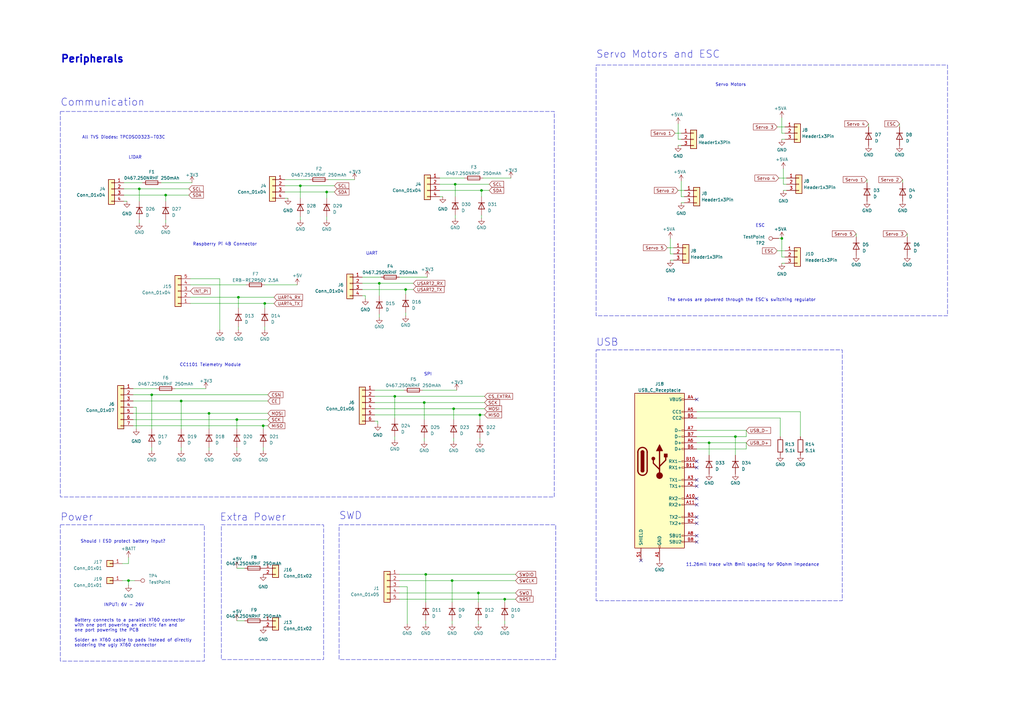
<source format=kicad_sch>
(kicad_sch (version 20230121) (generator eeschema)
  (paper "A3")
  (lib_symbols
    (symbol "Connector:TestPoint" (pin_numbers hide) (pin_names (offset 0.762) hide)
      (property "Reference" "TP" (at 0 6.858 0))
      (property "Value" "TestPoint" (at 0 5.08 0))
      (symbol "TestPoint_1_1"
        (pin passive line (at 0 0 90) (length 2.54) (name "1") (number "1"))
      )
    )
    (symbol "Connector:USB_C_Receptacle" (pin_names (offset 1.016))
      (property "Reference" "J" (at -10.16 29.21 0))
      (property "Value" "USB_C_Receptacle" (at 10.16 29.21 0))
      (symbol "USB_C_Receptacle_1_1"
        (pin passive line (at 0 -40.64 90) (length 5.08) (name "GND") (number "A1"))
        (pin bidirectional line (at 15.24 -15.24 180) (length 5.08) (name "RX2-") (number "A10"))
        (pin bidirectional line (at 15.24 -17.78 180) (length 5.08) (name "RX2+") (number "A11"))
        (pin passive line (at 0 -40.64 90) (length 5.08) hide (name "GND") (number "A12"))
        (pin bidirectional line (at 15.24 -10.16 180) (length 5.08) (name "TX1+") (number "A2"))
        (pin bidirectional line (at 15.24 -7.62 180) (length 5.08) (name "TX1-") (number "A3"))
        (pin passive line (at 15.24 25.4 180) (length 5.08) (name "VBUS") (number "A4"))
        (pin bidirectional line (at 15.24 20.32 180) (length 5.08) (name "CC1") (number "A5"))
        (pin bidirectional line (at 15.24 7.62 180) (length 5.08) (name "D+") (number "A6"))
        (pin bidirectional line (at 15.24 12.7 180) (length 5.08) (name "D-") (number "A7"))
        (pin bidirectional line (at 15.24 -30.48 180) (length 5.08) (name "SBU1") (number "A8"))
        (pin passive line (at 15.24 25.4 180) (length 5.08) hide (name "VBUS") (number "A9"))
        (pin passive line (at 0 -40.64 90) (length 5.08) hide (name "GND") (number "B1"))
        (pin bidirectional line (at 15.24 0 180) (length 5.08) (name "RX1-") (number "B10"))
        (pin bidirectional line (at 15.24 -2.54 180) (length 5.08) (name "RX1+") (number "B11"))
        (pin passive line (at 0 -40.64 90) (length 5.08) hide (name "GND") (number "B12"))
        (pin bidirectional line (at 15.24 -25.4 180) (length 5.08) (name "TX2+") (number "B2"))
        (pin bidirectional line (at 15.24 -22.86 180) (length 5.08) (name "TX2-") (number "B3"))
        (pin passive line (at 15.24 25.4 180) (length 5.08) hide (name "VBUS") (number "B4"))
        (pin bidirectional line (at 15.24 17.78 180) (length 5.08) (name "CC2") (number "B5"))
        (pin bidirectional line (at 15.24 5.08 180) (length 5.08) (name "D+") (number "B6"))
        (pin bidirectional line (at 15.24 10.16 180) (length 5.08) (name "D-") (number "B7"))
        (pin bidirectional line (at 15.24 -33.02 180) (length 5.08) (name "SBU2") (number "B8"))
        (pin passive line (at 15.24 25.4 180) (length 5.08) hide (name "VBUS") (number "B9"))
        (pin passive line (at -7.62 -40.64 90) (length 5.08) (name "SHIELD") (number "S1"))
      )
    )
    (symbol "Connector_Generic:Conn_01x01" (pin_names (offset 1.016) hide)
      (property "Reference" "J" (at 0 2.54 0))
      (property "Value" "Conn_01x01" (at 0 -2.54 0))
      (symbol "Conn_01x01_1_1"
        (pin passive line (at -5.08 0 0) (length 3.81) (name "Pin_1") (number "1"))
      )
    )
    (symbol "Connector_Generic:Conn_01x02" (pin_names (offset 1.016) hide)
      (property "Reference" "J" (at 0 2.54 0))
      (property "Value" "Conn_01x02" (at 0 -5.08 0))
      (symbol "Conn_01x02_1_1"
        (pin passive line (at -5.08 0 0) (length 3.81) (name "Pin_1") (number "1"))
        (pin passive line (at -5.08 -2.54 0) (length 3.81) (name "Pin_2") (number "2"))
      )
    )
    (symbol "Connector_Generic:Conn_01x03" (pin_names (offset 1.016) hide)
      (property "Reference" "J" (at 0 5.08 0))
      (property "Value" "Conn_01x03" (at 0 -5.08 0))
      (symbol "Conn_01x03_1_1"
        (pin passive line (at -5.08 2.54 0) (length 3.81) (name "Pin_1") (number "1"))
        (pin passive line (at -5.08 0 0) (length 3.81) (name "Pin_2") (number "2"))
        (pin passive line (at -5.08 -2.54 0) (length 3.81) (name "Pin_3") (number "3"))
      )
    )
    (symbol "Connector_Generic:Conn_01x04" (pin_names (offset 1.016) hide)
      (property "Reference" "J" (at 0 5.08 0))
      (property "Value" "Conn_01x04" (at 0 -7.62 0))
      (symbol "Conn_01x04_1_1"
        (pin passive line (at -5.08 2.54 0) (length 3.81) (name "Pin_1") (number "1"))
        (pin passive line (at -5.08 0 0) (length 3.81) (name "Pin_2") (number "2"))
        (pin passive line (at -5.08 -2.54 0) (length 3.81) (name "Pin_3") (number "3"))
        (pin passive line (at -5.08 -5.08 0) (length 3.81) (name "Pin_4") (number "4"))
      )
    )
    (symbol "Connector_Generic:Conn_01x05" (pin_names (offset 1.016) hide)
      (property "Reference" "J" (at 0 7.62 0))
      (property "Value" "Conn_01x05" (at 0 -7.62 0))
      (symbol "Conn_01x05_1_1"
        (pin passive line (at -5.08 5.08 0) (length 3.81) (name "Pin_1") (number "1"))
        (pin passive line (at -5.08 2.54 0) (length 3.81) (name "Pin_2") (number "2"))
        (pin passive line (at -5.08 0 0) (length 3.81) (name "Pin_3") (number "3"))
        (pin passive line (at -5.08 -2.54 0) (length 3.81) (name "Pin_4") (number "4"))
        (pin passive line (at -5.08 -5.08 0) (length 3.81) (name "Pin_5") (number "5"))
      )
    )
    (symbol "Connector_Generic:Conn_01x06" (pin_names (offset 1.016) hide)
      (property "Reference" "J" (at 0 7.62 0))
      (property "Value" "Conn_01x06" (at 0 -10.16 0))
      (symbol "Conn_01x06_1_1"
        (pin passive line (at -5.08 5.08 0) (length 3.81) (name "Pin_1") (number "1"))
        (pin passive line (at -5.08 2.54 0) (length 3.81) (name "Pin_2") (number "2"))
        (pin passive line (at -5.08 0 0) (length 3.81) (name "Pin_3") (number "3"))
        (pin passive line (at -5.08 -2.54 0) (length 3.81) (name "Pin_4") (number "4"))
        (pin passive line (at -5.08 -5.08 0) (length 3.81) (name "Pin_5") (number "5"))
        (pin passive line (at -5.08 -7.62 0) (length 3.81) (name "Pin_6") (number "6"))
      )
    )
    (symbol "Connector_Generic:Conn_01x07" (pin_names (offset 1.016) hide)
      (property "Reference" "J" (at 0 10.16 0))
      (property "Value" "Conn_01x07" (at 0 -10.16 0))
      (symbol "Conn_01x07_1_1"
        (pin passive line (at -5.08 7.62 0) (length 3.81) (name "Pin_1") (number "1"))
        (pin passive line (at -5.08 5.08 0) (length 3.81) (name "Pin_2") (number "2"))
        (pin passive line (at -5.08 2.54 0) (length 3.81) (name "Pin_3") (number "3"))
        (pin passive line (at -5.08 0 0) (length 3.81) (name "Pin_4") (number "4"))
        (pin passive line (at -5.08 -2.54 0) (length 3.81) (name "Pin_5") (number "5"))
        (pin passive line (at -5.08 -5.08 0) (length 3.81) (name "Pin_6") (number "6"))
        (pin passive line (at -5.08 -7.62 0) (length 3.81) (name "Pin_7") (number "7"))
      )
    )
    (symbol "Device:D" (pin_numbers hide) (pin_names (offset 1.016) hide)
      (property "Reference" "D" (at 0 2.54 0))
      (property "Value" "D" (at 0 -2.54 0))
      (symbol "D_1_1"
        (pin passive line (at -3.81 0 0) (length 2.54) (name "K") (number "1"))
        (pin passive line (at 3.81 0 180) (length 2.54) (name "A") (number "2"))
      )
    )
    (symbol "Device:Fuse" (pin_numbers hide) (pin_names (offset 0))
      (property "Reference" "F" (at 2.032 0 90))
      (property "Value" "Fuse" (at -1.905 0 90))
      (symbol "Fuse_1_1"
        (pin passive line (at 0 3.81 270) (length 1.27) (name "~") (number "1"))
        (pin passive line (at 0 -3.81 90) (length 1.27) (name "~") (number "2"))
      )
    )
    (symbol "Device:R" (pin_numbers hide) (pin_names (offset 0))
      (property "Reference" "R" (at 2.032 0 90))
      (property "Value" "R" (at 0 0 90))
      (symbol "R_1_1"
        (pin passive line (at 0 3.81 270) (length 1.27) (name "~") (number "1"))
        (pin passive line (at 0 -3.81 90) (length 1.27) (name "~") (number "2"))
      )
    )
    (symbol "power:+3V3" (power) (pin_names (offset 0))
      (property "Value" "+3V3" (at 0 3.556 0))
      (symbol "+3V3_1_1"
        (pin power_in line (at 0 0 90) (length 0) hide (name "+3V3") (number "1"))
      )
    )
    (symbol "power:+5V" (power) (pin_names (offset 0))
      (property "Value" "+5V" (at 0 3.556 0))
      (symbol "+5V_1_1"
        (pin power_in line (at 0 0 90) (length 0) hide (name "+5V") (number "1"))
      )
    )
    (symbol "power:+5VA" (power) (pin_names (offset 0))
      (property "Value" "+5VA" (at 0 3.556 0))
      (symbol "+5VA_1_1"
        (pin power_in line (at 0 0 90) (length 0) hide (name "+5VA") (number "1"))
      )
    )
    (symbol "power:+BATT" (power) (pin_names (offset 0))
      (property "Value" "+BATT" (at 0 3.556 0))
      (symbol "+BATT_1_1"
        (pin power_in line (at 0 0 90) (length 0) hide (name "+BATT") (number "1"))
      )
    )
    (symbol "power:GND" (power) (pin_names (offset 0))
      (property "Value" "GND" (at 0 -3.81 0))
      (symbol "GND_1_1"
        (pin power_in line (at 0 0 270) (length 0) hide (name "GND") (number "1"))
      )
    )
  )
  (junction (at 173.99 165.1))
  (junction (at 186.69 75.565))
  (junction (at 174.625 235.585))
  (junction (at 74.295 164.465))
  (junction (at 196.215 243.205))
  (junction (at 301.625 179.07))
  (junction (at 185.42 238.125))
  (junction (at 196.85 170.18))
  (junction (at 161.925 162.56))
  (junction (at 97.155 172.085))
  (junction (at 107.95 174.625))
  (junction (at 133.985 78.74))
  (junction (at 97.79 121.92))
  (junction (at 62.23 161.925))
  (junction (at 85.725 169.545))
  (junction (at 186.055 167.64))
  (junction (at 207.01 245.745))
  (junction (at 290.83 181.61))
  (junction (at 67.945 80.01))
  (junction (at 52.705 238.125))
  (junction (at 197.485 78.105))
  (junction (at 320.675 97.79))
  (junction (at 166.37 118.745))
  (junction (at 108.585 124.46))
  (junction (at 123.19 76.2))
  (junction (at 57.15 77.47))
  (junction (at 155.575 116.205))
  (no_connect (at 262.89 229.87))
  (no_connect (at 285.75 222.25))
  (no_connect (at 285.75 219.71))
  (no_connect (at 285.75 196.85))
  (no_connect (at 285.75 212.09))
  (no_connect (at 285.75 204.47))
  (no_connect (at 285.75 191.77))
  (no_connect (at 285.75 189.23))
  (no_connect (at 285.75 163.83))
  (no_connect (at 285.75 199.39))
  (no_connect (at 285.75 214.63))
  (no_connect (at 285.75 207.01))
  (wire (pts (xy 52.705 238.125) (xy 52.705 240.03)))
  (wire (pts (xy 97.79 121.92) (xy 97.79 126.365)))
  (wire (pts (xy 133.985 78.74) (xy 116.84 78.74)))
  (wire (pts (xy 279.4 83.185) (xy 280.67 83.185)))
  (wire (pts (xy 320.675 97.79) (xy 320.675 105.41)))
  (wire (pts (xy 318.77 102.87) (xy 321.945 102.87)))
  (wire (pts (xy 320.675 105.41) (xy 321.945 105.41)))
  (wire (pts (xy 123.19 90.17) (xy 123.19 88.9)))
  (wire (pts (xy 78.74 74.93) (xy 66.04 74.93)))
  (wire (pts (xy 186.055 167.64) (xy 153.67 167.64)))
  (wire (pts (xy 181.61 80.645) (xy 180.34 80.645)))
  (wire (pts (xy 320.675 48.26) (xy 320.675 54.61)))
  (wire (pts (xy 155.575 116.205) (xy 155.575 121.285)))
  (wire (pts (xy 74.295 184.785) (xy 74.295 183.515)))
  (wire (pts (xy 196.215 243.205) (xy 163.83 243.205)))
  (wire (pts (xy 174.625 255.905) (xy 174.625 254.635)))
  (wire (pts (xy 121.92 116.84) (xy 108.585 116.84)))
  (wire (pts (xy 185.42 238.125) (xy 185.42 247.015)))
  (wire (pts (xy 165.735 160.02) (xy 153.67 160.02)))
  (wire (pts (xy 85.725 169.545) (xy 54.61 169.545)))
  (wire (pts (xy 319.405 73.025) (xy 322.58 73.025)))
  (wire (pts (xy 67.945 80.01) (xy 50.8 80.01)))
  (wire (pts (xy 306.07 181.61) (xy 290.83 181.61)))
  (wire (pts (xy 185.42 238.125) (xy 163.83 238.125)))
  (wire (pts (xy 306.07 176.53) (xy 306.07 179.07)))
  (wire (pts (xy 276.86 54.61) (xy 279.4 54.61)))
  (wire (pts (xy 78.105 121.92) (xy 97.79 121.92)))
  (wire (pts (xy 306.07 184.15) (xy 306.07 181.61)))
  (wire (pts (xy 320.04 179.07) (xy 320.04 171.45)))
  (wire (pts (xy 78.105 114.3) (xy 90.17 114.3)))
  (wire (pts (xy 167.005 255.905) (xy 167.005 240.665)))
  (wire (pts (xy 112.395 121.92) (xy 97.79 121.92)))
  (wire (pts (xy 211.455 243.205) (xy 196.215 243.205)))
  (wire (pts (xy 54.61 174.625) (xy 107.95 174.625)))
  (wire (pts (xy 197.485 78.105) (xy 197.485 80.645)))
  (wire (pts (xy 90.17 135.255) (xy 90.17 114.3)))
  (wire (pts (xy 57.15 77.47) (xy 50.8 77.47)))
  (wire (pts (xy 52.705 228.6) (xy 52.705 231.14)))
  (wire (pts (xy 169.545 118.745) (xy 166.37 118.745)))
  (wire (pts (xy 209.55 73.025) (xy 198.12 73.025)))
  (wire (pts (xy 186.055 180.975) (xy 186.055 179.705)))
  (wire (pts (xy 290.83 181.61) (xy 290.83 186.69)))
  (wire (pts (xy 154.94 172.72) (xy 153.67 172.72)))
  (wire (pts (xy 57.15 77.47) (xy 77.47 77.47)))
  (wire (pts (xy 173.99 165.1) (xy 153.67 165.1)))
  (wire (pts (xy 186.69 89.535) (xy 186.69 88.265)))
  (wire (pts (xy 290.83 181.61) (xy 285.75 181.61)))
  (wire (pts (xy 207.01 245.745) (xy 211.455 245.745)))
  (wire (pts (xy 78.105 124.46) (xy 108.585 124.46)))
  (wire (pts (xy 173.99 165.1) (xy 173.99 172.085)))
  (wire (pts (xy 285.75 184.15) (xy 306.07 184.15)))
  (wire (pts (xy 161.925 180.34) (xy 161.925 179.07)))
  (wire (pts (xy 355.6 73.66) (xy 355.6 74.93)))
  (wire (pts (xy 149.86 121.285) (xy 148.59 121.285)))
  (wire (pts (xy 107.95 174.625) (xy 107.95 175.895)))
  (wire (pts (xy 274.955 104.14) (xy 276.225 104.14)))
  (wire (pts (xy 54.61 161.925) (xy 62.23 161.925)))
  (wire (pts (xy 108.585 124.46) (xy 112.395 124.46)))
  (wire (pts (xy 133.985 78.74) (xy 133.985 81.28)))
  (wire (pts (xy 137.16 78.74) (xy 133.985 78.74)))
  (wire (pts (xy 155.575 130.175) (xy 155.575 128.905)))
  (wire (pts (xy 64.135 159.385) (xy 54.61 159.385)))
  (wire (pts (xy 278.13 78.105) (xy 280.67 78.105)))
  (wire (pts (xy 198.755 162.56) (xy 161.925 162.56)))
  (wire (pts (xy 67.945 80.01) (xy 77.47 80.01)))
  (wire (pts (xy 123.19 76.2) (xy 116.84 76.2)))
  (wire (pts (xy 321.31 78.105) (xy 322.58 78.105)))
  (wire (pts (xy 55.245 238.125) (xy 52.705 238.125)))
  (wire (pts (xy 108.585 126.365) (xy 108.585 124.46)))
  (wire (pts (xy 185.42 255.905) (xy 185.42 254.635)))
  (wire (pts (xy 54.61 164.465) (xy 74.295 164.465)))
  (wire (pts (xy 167.005 240.665) (xy 163.83 240.665)))
  (wire (pts (xy 62.23 184.785) (xy 62.23 183.515)))
  (wire (pts (xy 166.37 129.54) (xy 166.37 128.27)))
  (wire (pts (xy 198.755 165.1) (xy 173.99 165.1)))
  (wire (pts (xy 85.725 169.545) (xy 85.725 175.895)))
  (wire (pts (xy 173.99 180.975) (xy 173.99 179.705)))
  (wire (pts (xy 62.23 161.925) (xy 109.855 161.925)))
  (wire (pts (xy 153.67 170.18) (xy 196.85 170.18)))
  (wire (pts (xy 196.215 243.205) (xy 196.215 247.015)))
  (wire (pts (xy 156.21 113.665) (xy 148.59 113.665)))
  (wire (pts (xy 78.105 116.84) (xy 100.965 116.84)))
  (wire (pts (xy 306.07 176.53) (xy 285.75 176.53)))
  (wire (pts (xy 320.675 57.15) (xy 321.945 57.15)))
  (wire (pts (xy 108.585 135.255) (xy 108.585 133.985)))
  (wire (pts (xy 155.575 116.205) (xy 148.59 116.205)))
  (wire (pts (xy 57.15 77.47) (xy 57.15 82.55)))
  (wire (pts (xy 190.5 73.025) (xy 180.34 73.025)))
  (wire (pts (xy 196.215 255.905) (xy 196.215 254.635)))
  (wire (pts (xy 97.79 135.255) (xy 97.79 133.985)))
  (wire (pts (xy 161.925 162.56) (xy 161.925 171.45)))
  (wire (pts (xy 67.945 80.01) (xy 67.945 82.55)))
  (wire (pts (xy 166.37 118.745) (xy 148.59 118.745)))
  (wire (pts (xy 198.755 167.64) (xy 186.055 167.64)))
  (wire (pts (xy 174.625 235.585) (xy 163.83 235.585)))
  (wire (pts (xy 301.625 179.07) (xy 301.625 186.69)))
  (wire (pts (xy 285.75 179.07) (xy 301.625 179.07)))
  (wire (pts (xy 137.16 76.2) (xy 123.19 76.2)))
  (wire (pts (xy 50.165 231.14) (xy 52.705 231.14)))
  (wire (pts (xy 175.26 113.665) (xy 163.83 113.665)))
  (wire (pts (xy 97.155 172.085) (xy 97.155 175.895)))
  (wire (pts (xy 196.85 170.18) (xy 198.755 170.18)))
  (wire (pts (xy 196.85 180.975) (xy 196.85 179.705)))
  (wire (pts (xy 127 73.66) (xy 116.84 73.66)))
  (wire (pts (xy 169.545 116.205) (xy 155.575 116.205)))
  (wire (pts (xy 74.295 164.465) (xy 109.855 164.465)))
  (wire (pts (xy 67.945 91.44) (xy 67.945 90.17)))
  (wire (pts (xy 85.725 184.785) (xy 85.725 183.515)))
  (wire (pts (xy 285.75 171.45) (xy 320.04 171.45)))
  (wire (pts (xy 321.31 69.215) (xy 321.31 75.565)))
  (wire (pts (xy 54.61 167.005) (xy 55.88 167.005)))
  (wire (pts (xy 134.62 73.66) (xy 145.415 73.66)))
  (wire (pts (xy 200.66 75.565) (xy 186.69 75.565)))
  (wire (pts (xy 97.155 254.635) (xy 100.33 254.635)))
  (wire (pts (xy 318.77 52.07) (xy 321.945 52.07)))
  (wire (pts (xy 372.11 95.885) (xy 372.11 97.155)))
  (wire (pts (xy 161.925 162.56) (xy 153.67 162.56)))
  (wire (pts (xy 370.205 73.66) (xy 370.205 74.93)))
  (wire (pts (xy 200.66 78.105) (xy 197.485 78.105)))
  (wire (pts (xy 320.675 54.61) (xy 321.945 54.61)))
  (wire (pts (xy 196.85 170.18) (xy 196.85 172.085)))
  (wire (pts (xy 356.235 50.8) (xy 356.235 52.07)))
  (wire (pts (xy 166.37 120.65) (xy 166.37 118.745)))
  (wire (pts (xy 57.15 91.44) (xy 57.15 90.17)))
  (wire (pts (xy 278.13 50.8) (xy 278.13 57.15)))
  (wire (pts (xy 107.95 174.625) (xy 109.855 174.625)))
  (wire (pts (xy 301.625 179.07) (xy 306.07 179.07)))
  (wire (pts (xy 58.42 74.93) (xy 50.8 74.93)))
  (wire (pts (xy 328.295 168.91) (xy 328.295 179.07)))
  (wire (pts (xy 74.295 164.465) (xy 74.295 175.895)))
  (wire (pts (xy 187.325 160.02) (xy 173.355 160.02)))
  (wire (pts (xy 211.455 238.125) (xy 185.42 238.125)))
  (wire (pts (xy 285.75 168.91) (xy 328.295 168.91)))
  (wire (pts (xy 109.855 169.545) (xy 85.725 169.545)))
  (wire (pts (xy 321.945 107.95) (xy 320.675 107.95)))
  (wire (pts (xy 163.83 245.745) (xy 207.01 245.745)))
  (wire (pts (xy 62.23 161.925) (xy 62.23 175.895)))
  (wire (pts (xy 97.155 172.085) (xy 54.61 172.085)))
  (wire (pts (xy 279.4 80.645) (xy 280.67 80.645)))
  (wire (pts (xy 133.985 90.17) (xy 133.985 88.9)))
  (wire (pts (xy 279.4 74.295) (xy 279.4 80.645)))
  (wire (pts (xy 97.155 233.045) (xy 100.33 233.045)))
  (wire (pts (xy 207.01 245.745) (xy 207.01 247.015)))
  (wire (pts (xy 320.675 97.79) (xy 319.405 97.79)))
  (wire (pts (xy 84.455 159.385) (xy 71.755 159.385)))
  (wire (pts (xy 186.055 167.64) (xy 186.055 172.085)))
  (wire (pts (xy 197.485 78.105) (xy 180.34 78.105)))
  (wire (pts (xy 55.88 167.005) (xy 55.88 175.895)))
  (wire (pts (xy 278.13 59.69) (xy 279.4 59.69)))
  (wire (pts (xy 149.86 122.555) (xy 149.86 121.285)))
  (wire (pts (xy 97.155 184.785) (xy 97.155 183.515)))
  (wire (pts (xy 154.94 173.99) (xy 154.94 172.72)))
  (wire (pts (xy 109.855 172.085) (xy 97.155 172.085)))
  (wire (pts (xy 274.955 97.79) (xy 274.955 104.14)))
  (wire (pts (xy 278.13 57.15) (xy 279.4 57.15)))
  (wire (pts (xy 123.19 76.2) (xy 123.19 81.28)))
  (wire (pts (xy 197.485 89.535) (xy 197.485 88.265)))
  (wire (pts (xy 118.11 81.28) (xy 116.84 81.28)))
  (wire (pts (xy 211.455 235.585) (xy 174.625 235.585)))
  (wire (pts (xy 274.955 106.68) (xy 276.225 106.68)))
  (wire (pts (xy 186.69 75.565) (xy 180.34 75.565)))
  (wire (pts (xy 321.31 75.565) (xy 322.58 75.565)))
  (wire (pts (xy 207.01 255.905) (xy 207.01 254.635)))
  (wire (pts (xy 273.685 101.6) (xy 276.225 101.6)))
  (wire (pts (xy 52.07 82.55) (xy 50.8 82.55)))
  (wire (pts (xy 351.155 95.885) (xy 351.155 97.155)))
  (wire (pts (xy 186.69 75.565) (xy 186.69 80.645)))
  (wire (pts (xy 50.165 238.125) (xy 52.705 238.125)))
  (wire (pts (xy 368.935 50.8) (xy 368.935 52.07)))
  (wire (pts (xy 107.95 184.785) (xy 107.95 183.515)))
  (wire (pts (xy 174.625 235.585) (xy 174.625 247.015)))
  (rectangle (start 24.765 215.265) (end 83.82 271.145) (stroke (width 0) (type dash)))
  (rectangle (start 244.475 143.51) (end 345.44 246.38) (stroke (width 0) (type dash)))
  (rectangle (start 24.765 45.72) (end 227.33 203.835) (stroke (width 0) (type dash)))
  (rectangle (start 90.805 215.265) (end 132.715 270.51) (stroke (width 0) (type dash)))
  (rectangle (start 244.475 26.67) (end 388.62 129.54) (stroke (width 0) (type dash)))
  (rectangle (start 139.065 215.265) (end 227.965 270.51) (stroke (width 0) (type dash)))
  (text "Peripherals" (at 24.765 26.035 0) (effects (font (size 3 3) (thickness 0.6) bold) (justify left bottom)))
  (text "The servos are powered through the ESC's switching regulator" (at 273.685 123.825 0) (effects (font (size 1.27 1.27)) (justify left bottom)))
  (text "Power" (at 24.765 213.995 0) (effects (font (size 3 3)) (justify left bottom)))
  (text "11.26mil trace with 8mil spacing for 90ohm impedance" (at 281.305 232.41 0) (effects (font (size 1.27 1.27)) (justify left bottom)))
  (text "SWD" (at 139.065 213.36 0) (effects (font (size 3 3)) (justify left bottom)))
  (text "USB" (at 244.475 142.24 0) (effects (font (size 3 3)) (justify left bottom)))
  (text "UART" (at 154.94 104.775 0) (effects (font (size 1.27 1.27)) (justify right bottom)))
  (text "Raspberry Pi 4B Connector\n" (at 105.41 100.965 0) (effects (font (size 1.27 1.27)) (justify right bottom)))
  (text "All TVS Diodes: TPCDSOD323-T03C" (at 33.655 57.15 0) (effects (font (size 1.27 1.27)) (justify left bottom)))
  (text "Battery connects to a parallel XT60 connector \nwith one port powering an electric fan and \none port powering the PCB\n\nSolder an XT60 cable to pads instead of directly \nsoldering the ugly XT60 connector" (at 30.48 265.43 0) (effects (font (size 1.27 1.27)) (justify left bottom)))
  (text "Servo Motors" (at 293.37 35.56 0) (effects (font (size 1.27 1.27)) (justify left bottom)))
  (text "Extra Power\n" (at 90.17 213.995 0) (effects (font (size 3 3)) (justify left bottom)))
  (text "Servo Motors and ESC" (at 244.475 24.13 0) (effects (font (size 3 3)) (justify left bottom)))
  (text "INPUT: 6V - 26V" (at 42.545 248.92 0) (effects (font (size 1.27 1.27)) (justify left bottom)))
  (text "Communication" (at 24.765 43.815 0) (effects (font (size 3 3)) (justify left bottom)))
  (text "ESC" (at 309.88 93.345 0) (effects (font (size 1.27 1.27)) (justify left bottom)))
  (text "SPI" (at 177.165 154.305 0) (effects (font (size 1.27 1.27)) (justify right bottom)))
  (text "CC1101 Telemetry Module" (at 73.66 150.495 0) (effects (font (size 1.27 1.27)) (justify left bottom)))
  (text "LiDAR" (at 52.705 65.405 0) (effects (font (size 1.27 1.27)) (justify left bottom)))
  (text "Should I ESD protect battery input?" (at 33.02 222.885 0) (effects (font (size 1.27 1.27)) (justify left bottom)))
  (global_label "MOSI" (shape input) (at 109.855 169.545 0) (property "Intersheetrefs" "${INTERSHEET_REFS}" (effects hide)))
  (global_label "Servo 1" (shape input) (at 355.6 73.66 180) (property "Intersheetrefs" "${INTERSHEET_REFS}" (effects hide)))
  (global_label "USB_D+" (shape input) (at 306.07 181.61 0) (property "Intersheetrefs" "${INTERSHEET_REFS}" (effects hide)))
  (global_label "SCL" (shape input) (at 137.16 76.2 0) (property "Intersheetrefs" "${INTERSHEET_REFS}" (effects hide)))
  (global_label "Servo 4" (shape input) (at 356.235 50.8 180) (property "Intersheetrefs" "${INTERSHEET_REFS}" (effects hide)))
  (global_label "SCL" (shape input) (at 200.66 75.565 0) (property "Intersheetrefs" "${INTERSHEET_REFS}" (effects hide)))
  (global_label "ESC" (shape input) (at 318.77 102.87 180) (property "Intersheetrefs" "${INTERSHEET_REFS}" (effects hide)))
  (global_label "Servo 3" (shape input) (at 372.11 95.885 180) (property "Intersheetrefs" "${INTERSHEET_REFS}" (effects hide)))
  (global_label "Servo 2" (shape input) (at 278.13 78.105 180) (property "Intersheetrefs" "${INTERSHEET_REFS}" (effects hide)))
  (global_label "SCK" (shape input) (at 109.855 172.085 0) (property "Intersheetrefs" "${INTERSHEET_REFS}" (effects hide)))
  (global_label "USART2_RX" (shape input) (at 169.545 116.205 0) (property "Intersheetrefs" "${INTERSHEET_REFS}" (effects hide)))
  (global_label "Servo 2" (shape input) (at 370.205 73.66 180) (property "Intersheetrefs" "${INTERSHEET_REFS}" (effects hide)))
  (global_label "Servo 5" (shape input) (at 351.155 95.885 180) (property "Intersheetrefs" "${INTERSHEET_REFS}" (effects hide)))
  (global_label "MOSI" (shape input) (at 198.755 167.64 0) (property "Intersheetrefs" "${INTERSHEET_REFS}" (effects hide)))
  (global_label "SCL" (shape input) (at 77.47 77.47 0) (property "Intersheetrefs" "${INTERSHEET_REFS}" (effects hide)))
  (global_label "USB_D-" (shape input) (at 306.07 176.53 0) (property "Intersheetrefs" "${INTERSHEET_REFS}" (effects hide)))
  (global_label "SWDIO" (shape input) (at 211.455 235.585 0) (property "Intersheetrefs" "${INTERSHEET_REFS}" (effects hide)))
  (global_label "Servo 4" (shape input) (at 319.405 73.025 180) (property "Intersheetrefs" "${INTERSHEET_REFS}" (effects hide)))
  (global_label "NRST" (shape input) (at 211.455 245.745 0) (property "Intersheetrefs" "${INTERSHEET_REFS}" (effects hide)))
  (global_label "SDA" (shape input) (at 137.16 78.74 0) (property "Intersheetrefs" "${INTERSHEET_REFS}" (effects hide)))
  (global_label "CE" (shape input) (at 109.855 164.465 0) (property "Intersheetrefs" "${INTERSHEET_REFS}" (effects hide)))
  (global_label "SWO" (shape input) (at 211.455 243.205 0) (property "Intersheetrefs" "${INTERSHEET_REFS}" (effects hide)))
  (global_label "UART4_RX" (shape input) (at 112.395 121.92 0) (property "Intersheetrefs" "${INTERSHEET_REFS}" (effects hide)))
  (global_label "USART2_TX" (shape input) (at 169.545 118.745 0) (property "Intersheetrefs" "${INTERSHEET_REFS}" (effects hide)))
  (global_label "Servo 5" (shape input) (at 273.685 101.6 180) (property "Intersheetrefs" "${INTERSHEET_REFS}" (effects hide)))
  (global_label "CS_EXTRA" (shape input) (at 198.755 162.56 0) (property "Intersheetrefs" "${INTERSHEET_REFS}" (effects hide)))
  (global_label "Servo 3" (shape input) (at 318.77 52.07 180) (property "Intersheetrefs" "${INTERSHEET_REFS}" (effects hide)))
  (global_label "SWCLK" (shape input) (at 211.455 238.125 0) (property "Intersheetrefs" "${INTERSHEET_REFS}" (effects hide)))
  (global_label "Servo 1" (shape input) (at 276.86 54.61 180) (property "Intersheetrefs" "${INTERSHEET_REFS}" (effects hide)))
  (global_label "ESC" (shape input) (at 368.935 50.8 180) (property "Intersheetrefs" "${INTERSHEET_REFS}" (effects hide)))
  (global_label "UART4_TX" (shape input) (at 112.395 124.46 0) (property "Intersheetrefs" "${INTERSHEET_REFS}" (effects hide)))
  (global_label "SDA" (shape input) (at 77.47 80.01 0) (property "Intersheetrefs" "${INTERSHEET_REFS}" (effects hide)))
  (global_label "SDA" (shape input) (at 200.66 78.105 0) (property "Intersheetrefs" "${INTERSHEET_REFS}" (effects hide)))
  (global_label "MISO" (shape input) (at 198.755 170.18 0) (property "Intersheetrefs" "${INTERSHEET_REFS}" (effects hide)))
  (global_label "INT_PI" (shape input) (at 78.105 119.38 0) (property "Intersheetrefs" "${INTERSHEET_REFS}" (effects hide)))
  (global_label "CSN" (shape input) (at 109.855 161.925 0) (property "Intersheetrefs" "${INTERSHEET_REFS}" (effects hide)))
  (global_label "MISO" (shape input) (at 109.855 174.625 0) (property "Intersheetrefs" "${INTERSHEET_REFS}" (effects hide)))
  (global_label "SCK" (shape input) (at 198.755 165.1 0) (property "Intersheetrefs" "${INTERSHEET_REFS}" (effects hide)))
  (symbol (lib_id "Connector_Generic:Conn_01x03") (at 284.48 57.15 0) (unit 1)
    (property "Reference" "J8" (at 286.385 55.88 0) (effects (justify left)))
    (property "Value" "Header1x3Pin" (at 286.385 58.42 0) (effects (justify left)))
    (property "Footprint" "Connector_PinHeader_2.54mm:PinHeader_1x03_P2.54mm_Vertical" (effects hide))
    (instances (project "FCRev2" (path "" (reference "J8") (unit 1))) (project "FlightComputer" (path "" (reference "J7") (unit 1)) (path "" (reference "J11") (unit 1))) (project "FlightComputer" (path "" (reference "J13") (unit 1))))
  )
  (symbol (lib_id "Device:D") (at 97.79 130.175 270) (unit 1)
    (property "Reference" "D13" (at 100.33 129.54 90) (effects (justify left)))
    (property "Value" "D" (at 100.33 132.08 90) (effects (justify left)))
    (property "Footprint" "Diode_SMD:D_SOD-323" (effects hide))
    (property "Sim.Device" "D" (effects hide))
    (property "Sim.Pins" "1=K 2=A" (effects hide))
  )
  (symbol (lib_id "power:GND") (at 185.42 255.905 0) (unit 1)
    (property "Reference" "#PWR023" (effects hide))
    (property "Value" "GND" (at 185.42 259.715 0))
  )
  (symbol (lib_id "Connector_Generic:Conn_01x04") (at 111.76 76.2 0) (mirror y) (unit 1)
    (property "Reference" "J4" (at 109.22 76.2 0) (effects (justify left)))
    (property "Value" "Conn_01x04" (at 109.22 78.74 0) (effects (justify left)))
    (property "Footprint" "Connector_JST:JST_GH_BM04B-GHS-TBT_1x04-1MP_P1.25mm_Vertical" (effects hide))
    (instances (project "FCRev2" (path "" (reference "J4") (unit 1))) (project "FlightComputer" (path "" (reference "J6") (unit 1)) (path "" (reference "J6") (unit 1))) (project "FlightComputer" (path "" (reference "J7") (unit 1))))
  )
  (symbol (lib_id "power:GND") (at 186.055 180.975 0) (unit 1)
    (property "Reference" "#PWR023" (effects hide))
    (property "Value" "GND" (at 186.055 184.785 0))
  )
  (symbol (lib_id "power:GND") (at 55.88 175.895 0) (mirror y) (unit 1)
    (property "Reference" "#PWR027" (effects hide))
    (property "Value" "GND" (at 55.88 180.975 0))
    (instances (project "FCRev2" (path "" (reference "#PWR027") (unit 1))) (project "FlightComputer" (path "" (reference "#PWR08") (unit 1)) (path "" (reference "#PWR078") (unit 1))) (project "FlightComputer" (path "" (reference "#PWR058") (unit 1))))
  )
  (symbol (lib_id "Device:D") (at 207.01 250.825 270) (unit 1)
    (property "Reference" "D10" (at 209.55 250.19 90) (effects (justify left)))
    (property "Value" "D" (at 209.55 252.73 90) (effects (justify left)))
    (property "Footprint" "Diode_SMD:D_SOD-323" (effects hide))
    (property "Sim.Device" "D" (effects hide))
    (property "Sim.Pins" "1=K 2=A" (effects hide))
  )
  (symbol (lib_id "Connector_Generic:Conn_01x01") (at 45.085 231.14 0) (mirror y) (unit 1)
    (property "Reference" "J17" (at 41.91 230.505 0) (effects (justify left)))
    (property "Value" "Conn_01x01" (at 41.91 233.045 0) (effects (justify left)))
    (property "Footprint" "TestPoint:TestPoint_Pad_4.0x4.0mm" (effects hide))
  )
  (symbol (lib_id "Device:R") (at 320.04 182.88 0) (unit 1)
    (property "Reference" "R13" (at 321.945 182.245 0) (effects (justify left)))
    (property "Value" "5.1k" (at 321.945 184.785 0) (effects (justify left)))
    (property "Footprint" "Resistor_SMD:R_0603_1608Metric" (effects hide))
  )
  (symbol (lib_id "Device:D") (at 356.235 55.88 270) (unit 1)
    (property "Reference" "D7" (at 358.775 55.245 90) (effects (justify left)))
    (property "Value" "D" (at 358.775 57.785 90) (effects (justify left)))
    (property "Footprint" "Diode_SMD:D_SOD-323" (effects hide))
    (property "Sim.Device" "D" (effects hide))
    (property "Sim.Pins" "1=K 2=A" (effects hide))
  )
  (symbol (lib_id "Connector_Generic:Conn_01x03") (at 327.66 75.565 0) (unit 1)
    (property "Reference" "J8" (at 329.565 74.295 0) (effects (justify left)))
    (property "Value" "Header1x3Pin" (at 329.565 76.835 0) (effects (justify left)))
    (property "Footprint" "Connector_PinHeader_2.54mm:PinHeader_1x03_P2.54mm_Vertical" (effects hide))
    (instances (project "FCRev2" (path "" (reference "J8") (unit 1))) (project "FlightComputer" (path "" (reference "J7") (unit 1)) (path "" (reference "J15") (unit 1))) (project "FlightComputer" (path "" (reference "J13") (unit 1))))
  )
  (symbol (lib_id "Connector:TestPoint") (at 319.405 97.79 90) (unit 1)
    (property "Reference" "TP2" (at 313.69 99.695 90) (effects (justify left)))
    (property "Value" "TestPoint" (at 313.69 97.155 90) (effects (justify left)))
    (property "Footprint" "TestPoint:TestPoint_Keystone_5000-5004_Miniature" (effects hide))
  )
  (symbol (lib_id "Connector_Generic:Conn_01x01") (at 45.085 238.125 0) (mirror y) (unit 1)
    (property "Reference" "J19" (at 41.91 237.49 0) (effects (justify left)))
    (property "Value" "Conn_01x01" (at 41.91 240.03 0) (effects (justify left)))
    (property "Footprint" "TestPoint:TestPoint_Pad_4.0x4.0mm" (effects hide))
  )
  (symbol (lib_id "Device:D") (at 85.725 179.705 270) (unit 1)
    (property "Reference" "D18" (at 88.265 179.07 90) (effects (justify left)))
    (property "Value" "D" (at 88.265 181.61 90) (effects (justify left)))
    (property "Footprint" "Diode_SMD:D_SOD-323" (effects hide))
    (property "Sim.Device" "D" (effects hide))
    (property "Sim.Pins" "1=K 2=A" (effects hide))
  )
  (symbol (lib_id "Device:Fuse") (at 104.775 116.84 90) (unit 1)
    (property "Reference" "F7" (at 104.775 112.395 90))
    (property "Value" "ERB-RE2R50V 2.5A" (at 104.775 114.935 90))
    (property "Footprint" "Fuse:Fuse_0603_1608Metric" (effects hide))
  )
  (symbol (lib_id "Device:D") (at 196.215 250.825 270) (unit 1)
    (property "Reference" "D12" (at 198.755 250.19 90) (effects (justify left)))
    (property "Value" "D" (at 198.755 252.73 90) (effects (justify left)))
    (property "Footprint" "Diode_SMD:D_SOD-323" (effects hide))
    (property "Sim.Device" "D" (effects hide))
    (property "Sim.Pins" "1=K 2=A" (effects hide))
  )
  (symbol (lib_id "power:GND") (at 173.99 180.975 0) (unit 1)
    (property "Reference" "#PWR023" (effects hide))
    (property "Value" "GND" (at 173.99 184.785 0))
  )
  (symbol (lib_id "power:GND") (at 167.005 255.905 0) (mirror y) (unit 1)
    (property "Reference" "#PWR023" (effects hide))
    (property "Value" "GND" (at 167.005 259.715 0))
    (instances (project "STM32F4_REV2" (path "" (reference "#PWR023") (unit 1))) (project "FlightComputer" (path "" (reference "#PWR089") (unit 1)) (path "" (reference "#PWR087") (unit 1))))
  )
  (symbol (lib_id "Connector_Generic:Conn_01x06") (at 148.59 165.1 0) (mirror y) (unit 1)
    (property "Reference" "J6" (at 145.415 165.1 0) (effects (justify left)))
    (property "Value" "Conn_01x06" (at 145.415 167.64 0) (effects (justify left)))
    (property "Footprint" "Connector_JST:JST_GH_BM06B-GHS-TBT_1x06-1MP_P1.25mm_Vertical" (effects hide))
    (instances (project "FCRev2" (path "" (reference "J6") (unit 1))) (project "FlightComputer" (path "" (reference "J14") (unit 1)) (path "" (reference "J7") (unit 1))) (project "FlightComputer" (path "" (reference "J5") (unit 1))))
  )
  (symbol (lib_id "power:GND") (at 181.61 80.645 0) (mirror y) (unit 1)
    (property "Reference" "#PWR035" (effects hide))
    (property "Value" "GND" (at 181.61 85.725 0))
    (instances (project "FCRev2" (path "" (reference "#PWR035") (unit 1))) (project "FlightComputer" (path "" (reference "#PWR014") (unit 1)) (path "" (reference "#PWR018") (unit 1))) (project "FlightComputer" (path "" (reference "#PWR020") (unit 1))))
  )
  (symbol (lib_id "Device:Fuse") (at 169.545 160.02 90) (unit 1)
    (property "Reference" "F5" (at 169.545 155.575 90))
    (property "Value" "0467.250NRHF 250mAh" (at 169.545 158.115 90))
    (property "Footprint" "Fuse:Fuse_0603_1608Metric" (effects hide))
  )
  (symbol (lib_id "Connector:USB_C_Receptacle") (at 270.51 189.23 0) (unit 1)
    (property "Reference" "J18" (at 270.51 157.48 0))
    (property "Value" "USB_C_Receptacle" (at 270.51 160.02 0))
    (property "Footprint" "Connector_USB:USB_C_Receptacle_GCT_USB4105-xx-A_16P_TopMnt_Horizontal" (effects hide))
    (property "Datasheet" "https://www.usb.org/sites/default/files/documents/usb_type-c.zip" (effects hide))
  )
  (symbol (lib_id "power:+5VA") (at 274.955 97.79 0) (unit 1)
    (property "Reference" "#PWR03" (effects hide))
    (property "Value" "+5VA" (at 274.32 93.98 0))
    (instances (project "FlightComputer" (path "" (reference "#PWR03") (unit 1)) (path "" (reference "#PWR065") (unit 1))))
  )
  (symbol (lib_id "power:+5VA") (at 320.675 97.79 0) (unit 1)
    (property "Reference" "#PWR02" (effects hide))
    (property "Value" "+5VA" (at 320.04 93.98 0))
    (instances (project "FlightComputer" (path "" (reference "#PWR02") (unit 1)) (path "" (reference "#PWR024") (unit 1))))
  )
  (symbol (lib_id "Device:D") (at 97.155 179.705 270) (unit 1)
    (property "Reference" "D20" (at 99.695 179.07 90) (effects (justify left)))
    (property "Value" "D" (at 99.695 181.61 90) (effects (justify left)))
    (property "Footprint" "Diode_SMD:D_SOD-323" (effects hide))
    (property "Sim.Device" "D" (effects hide))
    (property "Sim.Pins" "1=K 2=A" (effects hide))
  )
  (symbol (lib_id "power:GND") (at 356.235 59.69 0) (unit 1)
    (property "Reference" "#PWR023" (effects hide))
    (property "Value" "GND" (at 356.235 63.5 0))
  )
  (symbol (lib_id "power:GND") (at 154.94 173.99 0) (mirror y) (unit 1)
    (property "Reference" "#PWR037" (effects hide))
    (property "Value" "GND" (at 154.94 178.435 0))
    (instances (project "FCRev2" (path "" (reference "#PWR037") (unit 1))) (project "FlightComputer" (path "" (reference "#PWR069") (unit 1)) (path "" (reference "#PWR014") (unit 1))) (project "FlightComputer" (path "" (reference "#PWR022") (unit 1))))
  )
  (symbol (lib_id "Device:D") (at 67.945 86.36 270) (unit 1)
    (property "Reference" "D27" (at 70.485 85.725 90) (effects (justify left)))
    (property "Value" "D" (at 70.485 88.265 90) (effects (justify left)))
    (property "Footprint" "Diode_SMD:D_SOD-323" (effects hide))
    (property "Sim.Device" "D" (effects hide))
    (property "Sim.Pins" "1=K 2=A" (effects hide))
  )
  (symbol (lib_id "power:GND") (at 355.6 82.55 0) (unit 1)
    (property "Reference" "#PWR023" (effects hide))
    (property "Value" "GND" (at 355.6 86.36 0))
  )
  (symbol (lib_id "power:GND") (at 328.295 186.69 0) (unit 1)
    (property "Reference" "#PWR037" (effects hide))
    (property "Value" "GND" (at 328.295 190.5 0))
    (instances (project "STM32F4_REV2" (path "" (reference "#PWR037") (unit 1))) (project "FlightComputer" (path "" (reference "#PWR085") (unit 1)) (path "" (reference "#PWR084") (unit 1))))
  )
  (symbol (lib_id "Device:Fuse") (at 194.31 73.025 90) (unit 1)
    (property "Reference" "F3" (at 194.31 68.58 90))
    (property "Value" "0467.250NRHF 250mAh" (at 194.31 71.12 90))
    (property "Footprint" "Fuse:Fuse_0603_1608Metric" (effects hide))
  )
  (symbol (lib_id "power:+3V3") (at 84.455 159.385 0) (mirror y) (unit 1)
    (property "Reference" "#PWR034" (effects hide))
    (property "Value" "+3V3" (at 84.455 156.21 0))
    (instances (project "FCRev2" (path "" (reference "#PWR034") (unit 1))) (project "FlightComputer" (path "" (reference "#PWR013") (unit 1)) (path "" (reference "#PWR069") (unit 1))) (project "FlightComputer" (path "" (reference "#PWR021") (unit 1))))
  )
  (symbol (lib_id "Connector_Generic:Conn_01x07") (at 49.53 167.005 0) (mirror y) (unit 1)
    (property "Reference" "J6" (at 46.99 165.735 0) (effects (justify left)))
    (property "Value" "Conn_01x07" (at 46.99 168.275 0) (effects (justify left)))
    (property "Footprint" "Connector_JST:JST_GH_BM07B-GHS-TBT_1x07-1MP_P1.25mm_Vertical" (effects hide))
    (instances (project "FCRev2" (path "" (reference "J6") (unit 1))) (project "FlightComputer" (path "" (reference "J14") (unit 1)) (path "" (reference "J3") (unit 1))) (project "FlightComputer" (path "" (reference "J5") (unit 1))))
  )
  (symbol (lib_id "Device:D") (at 351.155 100.965 270) (unit 1)
    (property "Reference" "D5" (at 353.695 100.33 90) (effects (justify left)))
    (property "Value" "D" (at 353.695 102.87 90) (effects (justify left)))
    (property "Footprint" "Diode_SMD:D_SOD-323" (effects hide))
    (property "Sim.Device" "D" (effects hide))
    (property "Sim.Pins" "1=K 2=A" (effects hide))
  )
  (symbol (lib_id "power:GND") (at 52.07 82.55 0) (mirror y) (unit 1)
    (property "Reference" "#PWR035" (effects hide))
    (property "Value" "GND" (at 52.07 87.63 0))
    (instances (project "FCRev2" (path "" (reference "#PWR035") (unit 1))) (project "FlightComputer" (path "" (reference "#PWR014") (unit 1)) (path "" (reference "#PWR04") (unit 1))) (project "FlightComputer" (path "" (reference "#PWR020") (unit 1))))
  )
  (symbol (lib_id "Device:D") (at 370.205 78.74 270) (unit 1)
    (property "Reference" "D4" (at 372.745 78.105 90) (effects (justify left)))
    (property "Value" "D" (at 372.745 80.645 90) (effects (justify left)))
    (property "Footprint" "Diode_SMD:D_SOD-323" (effects hide))
    (property "Sim.Device" "D" (effects hide))
    (property "Sim.Pins" "1=K 2=A" (effects hide))
  )
  (symbol (lib_id "power:GND") (at 351.155 104.775 0) (unit 1)
    (property "Reference" "#PWR023" (effects hide))
    (property "Value" "GND" (at 351.155 108.585 0))
  )
  (symbol (lib_id "power:GND") (at 368.935 59.69 0) (unit 1)
    (property "Reference" "#PWR023" (effects hide))
    (property "Value" "GND" (at 368.935 63.5 0))
  )
  (symbol (lib_id "Device:Fuse") (at 104.14 233.045 90) (unit 1)
    (property "Reference" "F8" (at 104.14 228.6 90))
    (property "Value" "0467.250NRHF 250mAh" (at 104.14 231.14 90))
    (property "Footprint" "Fuse:Fuse_0603_1608Metric" (effects hide))
  )
  (symbol (lib_id "power:GND") (at 320.04 186.69 0) (unit 1)
    (property "Reference" "#PWR037" (effects hide))
    (property "Value" "GND" (at 320.04 190.5 0))
    (instances (project "STM32F4_REV2" (path "" (reference "#PWR037") (unit 1))) (project "FlightComputer" (path "" (reference "#PWR085") (unit 1)) (path "" (reference "#PWR083") (unit 1))))
  )
  (symbol (lib_id "power:GND") (at 107.95 184.785 0) (unit 1)
    (property "Reference" "#PWR023" (effects hide))
    (property "Value" "GND" (at 107.95 188.595 0))
  )
  (symbol (lib_id "power:GND") (at 107.95 235.585 0) (unit 1)
    (property "Reference" "#PWR042" (effects hide))
    (property "Value" "GND" (at 107.95 240.665 0))
    (instances (project "FlightComputer" (path "" (reference "#PWR042") (unit 1)) (path "" (reference "#PWR060") (unit 1)) (path "" (reference "#PWR060") (unit 1))))
  )
  (symbol (lib_id "power:+5VA") (at 279.4 74.295 0) (unit 1)
    (property "Reference" "#PWR03" (effects hide))
    (property "Value" "+5VA" (at 278.765 70.485 0))
    (instances (project "FlightComputer" (path "" (reference "#PWR03") (unit 1)) (path "" (reference "#PWR02") (unit 1))))
  )
  (symbol (lib_id "power:GND") (at 320.675 57.15 0) (unit 1)
    (property "Reference" "#PWR043" (effects hide))
    (property "Value" "GND" (at 320.675 61.468 0))
    (instances (project "FCRev2" (path "" (reference "#PWR043") (unit 1))) (project "FlightComputer" (path "" (reference "#PWR022") (unit 1)) (path "" (reference "#PWR055") (unit 1))) (project "FlightComputer" (path "" (reference "#PWR081") (unit 1))))
  )
  (symbol (lib_id "power:GND") (at 196.215 255.905 0) (unit 1)
    (property "Reference" "#PWR023" (effects hide))
    (property "Value" "GND" (at 196.215 259.715 0))
  )
  (symbol (lib_id "Connector_Generic:Conn_01x04") (at 45.72 77.47 0) (mirror y) (unit 1)
    (property "Reference" "J4" (at 43.18 77.47 0) (effects (justify left)))
    (property "Value" "Conn_01x04" (at 43.18 80.01 0) (effects (justify left)))
    (property "Footprint" "Connector_JST:JST_GH_BM04B-GHS-TBT_1x04-1MP_P1.25mm_Vertical" (effects hide))
    (instances (project "FCRev2" (path "" (reference "J4") (unit 1))) (project "FlightComputer" (path "" (reference "J6") (unit 1)) (path "" (reference "J4") (unit 1))) (project "FlightComputer" (path "" (reference "J7") (unit 1))))
  )
  (symbol (lib_id "power:GND") (at 155.575 130.175 0) (unit 1)
    (property "Reference" "#PWR023" (effects hide))
    (property "Value" "GND" (at 155.575 133.985 0))
  )
  (symbol (lib_id "Device:Fuse") (at 104.14 254.635 90) (unit 1)
    (property "Reference" "F9" (at 104.14 250.19 90))
    (property "Value" "0467.250NRHF 250mAh" (at 104.14 252.73 90))
    (property "Footprint" "Fuse:Fuse_0603_1608Metric" (effects hide))
  )
  (symbol (lib_id "power:GND") (at 320.675 107.95 0) (unit 1)
    (property "Reference" "#PWR038" (effects hide))
    (property "Value" "GND" (at 320.675 112.395 0))
    (instances (project "FCRev2" (path "" (reference "#PWR038") (unit 1))) (project "FlightComputer" (path "" (reference "#PWR037") (unit 1)) (path "" (reference "#PWR025") (unit 1))) (project "FlightComputer" (path "" (reference "#PWR033") (unit 1))))
  )
  (symbol (lib_id "power:+5V") (at 97.155 254.635 0) (unit 1)
    (property "Reference" "#PWR032" (effects hide))
    (property "Value" "+5V" (at 97.155 250.825 0))
    (instances (project "FlightComputer" (path "" (reference "#PWR032") (unit 1)) (path "" (reference "#PWR059") (unit 1)) (path "" (reference "#PWR053") (unit 1))))
  )
  (symbol (lib_id "Device:D") (at 74.295 179.705 270) (unit 1)
    (property "Reference" "D19" (at 76.835 179.07 90) (effects (justify left)))
    (property "Value" "D" (at 76.835 181.61 90) (effects (justify left)))
    (property "Footprint" "Diode_SMD:D_SOD-323" (effects hide))
    (property "Sim.Device" "D" (effects hide))
    (property "Sim.Pins" "1=K 2=A" (effects hide))
  )
  (symbol (lib_id "power:GND") (at 85.725 184.785 0) (unit 1)
    (property "Reference" "#PWR023" (effects hide))
    (property "Value" "GND" (at 85.725 188.595 0))
  )
  (symbol (lib_id "power:GND") (at 118.11 81.28 0) (mirror y) (unit 1)
    (property "Reference" "#PWR035" (effects hide))
    (property "Value" "GND" (at 118.11 86.36 0))
    (instances (project "FCRev2" (path "" (reference "#PWR035") (unit 1))) (project "FlightComputer" (path "" (reference "#PWR014") (unit 1)) (path "" (reference "#PWR012") (unit 1))) (project "FlightComputer" (path "" (reference "#PWR020") (unit 1))))
  )
  (symbol (lib_id "Device:D") (at 155.575 125.095 270) (unit 1)
    (property "Reference" "D15" (at 158.115 124.46 90) (effects (justify left)))
    (property "Value" "D" (at 158.115 127 90) (effects (justify left)))
    (property "Footprint" "Diode_SMD:D_SOD-323" (effects hide))
    (property "Sim.Device" "D" (effects hide))
    (property "Sim.Pins" "1=K 2=A" (effects hide))
  )
  (symbol (lib_id "Connector_Generic:Conn_01x02") (at 113.03 254.635 0) (unit 1)
    (property "Reference" "J13" (at 116.205 255.27 0) (effects (justify left)))
    (property "Value" "Conn_01x02" (at 116.205 257.81 0) (effects (justify left)))
    (property "Footprint" "Connector_JST:JST_GH_BM02B-GHS-TBT_1x02-1MP_P1.25mm_Vertical" (effects hide))
    (instances (project "FlightComputer" (path "" (reference "J13") (unit 1)) (path "" (reference "J2") (unit 1)) (path "" (reference "J2") (unit 1))))
  )
  (symbol (lib_id "Device:D") (at 186.69 84.455 270) (unit 1)
    (property "Reference" "D30" (at 189.23 83.82 90) (effects (justify left)))
    (property "Value" "D" (at 189.23 86.36 90) (effects (justify left)))
    (property "Footprint" "Diode_SMD:D_SOD-323" (effects hide))
    (property "Sim.Device" "D" (effects hide))
    (property "Sim.Pins" "1=K 2=A" (effects hide))
  )
  (symbol (lib_id "power:+5VA") (at 321.31 69.215 0) (unit 1)
    (property "Reference" "#PWR03" (effects hide))
    (property "Value" "+5VA" (at 320.675 65.405 0))
    (instances (project "FlightComputer" (path "" (reference "#PWR03") (unit 1)) (path "" (reference "#PWR058") (unit 1))))
  )
  (symbol (lib_id "power:GND") (at 123.19 90.17 0) (unit 1)
    (property "Reference" "#PWR023" (effects hide))
    (property "Value" "GND" (at 123.19 93.98 0))
  )
  (symbol (lib_id "Device:Fuse") (at 67.945 159.385 90) (unit 1)
    (property "Reference" "F6" (at 67.945 154.94 90))
    (property "Value" "0467.250NRHF 250mAh" (at 67.945 157.48 90))
    (property "Footprint" "Fuse:Fuse_0603_1608Metric" (effects hide))
  )
  (symbol (lib_id "Connector:TestPoint") (at 55.245 238.125 270) (unit 1)
    (property "Reference" "TP4" (at 60.96 236.22 90) (effects (justify left)))
    (property "Value" "TestPoint" (at 60.96 238.76 90) (effects (justify left)))
    (property "Footprint" "TestPoint:TestPoint_Keystone_5000-5004_Miniature" (effects hide))
    (instances (project "FlightComputer" (path "" (reference "TP4") (unit 1)) (path "" (reference "TP1") (unit 1)) (path "" (reference "TP1") (unit 1))))
  )
  (symbol (lib_id "Connector_Generic:Conn_01x03") (at 327.025 105.41 0) (unit 1)
    (property "Reference" "J10" (at 330.2 104.14 0) (effects (justify left)))
    (property "Value" "Header1x3Pin" (at 330.2 106.68 0) (effects (justify left)))
    (property "Footprint" "Connector_PinHeader_2.54mm:PinHeader_1x03_P2.54mm_Vertical" (effects hide))
    (instances (project "FCRev2" (path "" (reference "J10") (unit 1))) (project "FlightComputer" (path "" (reference "J11") (unit 1)) (path "" (reference "J10") (unit 1))) (project "FlightComputer" (path "" (reference "J8") (unit 1))))
  )
  (symbol (lib_id "Device:D") (at 173.99 175.895 270) (unit 1)
    (property "Reference" "D25" (at 176.53 175.26 90) (effects (justify left)))
    (property "Value" "D" (at 176.53 177.8 90) (effects (justify left)))
    (property "Footprint" "Diode_SMD:D_SOD-323" (effects hide))
    (property "Sim.Device" "D" (effects hide))
    (property "Sim.Pins" "1=K 2=A" (effects hide))
  )
  (symbol (lib_id "power:GND") (at 370.205 82.55 0) (unit 1)
    (property "Reference" "#PWR023" (effects hide))
    (property "Value" "GND" (at 370.205 86.36 0))
  )
  (symbol (lib_id "power:+5VA") (at 278.13 50.8 0) (unit 1)
    (property "Reference" "#PWR03" (effects hide))
    (property "Value" "+5VA" (at 277.495 46.99 0))
    (instances (project "FlightComputer" (path "" (reference "#PWR03") (unit 1)) (path "" (reference "#PWR029") (unit 1))))
  )
  (symbol (lib_id "Device:D") (at 174.625 250.825 270) (unit 1)
    (property "Reference" "D11" (at 177.165 250.19 90) (effects (justify left)))
    (property "Value" "D" (at 177.165 252.73 90) (effects (justify left)))
    (property "Footprint" "Diode_SMD:D_SOD-323" (effects hide))
    (property "Sim.Device" "D" (effects hide))
    (property "Sim.Pins" "1=K 2=A" (effects hide))
  )
  (symbol (lib_id "Device:D") (at 185.42 250.825 270) (unit 1)
    (property "Reference" "D9" (at 187.96 250.19 90) (effects (justify left)))
    (property "Value" "D" (at 187.96 252.73 90) (effects (justify left)))
    (property "Footprint" "Diode_SMD:D_SOD-323" (effects hide))
    (property "Sim.Device" "D" (effects hide))
    (property "Sim.Pins" "1=K 2=A" (effects hide))
  )
  (symbol (lib_id "Device:D") (at 368.935 55.88 270) (unit 1)
    (property "Reference" "D8" (at 371.475 55.245 90) (effects (justify left)))
    (property "Value" "D" (at 371.475 57.785 90) (effects (justify left)))
    (property "Footprint" "Diode_SMD:D_SOD-323" (effects hide))
    (property "Sim.Device" "D" (effects hide))
    (property "Sim.Pins" "1=K 2=A" (effects hide))
  )
  (symbol (lib_id "Device:D") (at 108.585 130.175 270) (unit 1)
    (property "Reference" "D14" (at 111.125 129.54 90) (effects (justify left)))
    (property "Value" "D" (at 111.125 132.08 90) (effects (justify left)))
    (property "Footprint" "Diode_SMD:D_SOD-323" (effects hide))
    (property "Sim.Device" "D" (effects hide))
    (property "Sim.Pins" "1=K 2=A" (effects hide))
  )
  (symbol (lib_id "power:GND") (at 174.625 255.905 0) (unit 1)
    (property "Reference" "#PWR023" (effects hide))
    (property "Value" "GND" (at 174.625 259.715 0))
  )
  (symbol (lib_id "Connector_Generic:Conn_01x04") (at 143.51 116.205 0) (mirror y) (unit 1)
    (property "Reference" "J6" (at 140.97 116.84 0) (effects (justify left)))
    (property "Value" "Conn_01x04" (at 140.97 119.38 0) (effects (justify left)))
    (property "Footprint" "Connector_JST:JST_GH_BM04B-GHS-TBT_1x04-1MP_P1.25mm_Vertical" (effects hide))
    (instances (project "FCRev2" (path "" (reference "J6") (unit 1))) (project "FlightComputer" (path "" (reference "J12") (unit 1)) (path "" (reference "J9") (unit 1))) (project "FlightComputer" (path "" (reference "J5") (unit 1))))
  )
  (symbol (lib_id "power:+BATT") (at 52.705 228.6 0) (unit 1)
    (property "Reference" "#PWR047" (effects hide))
    (property "Value" "+BATT" (at 52.705 225.044 0))
    (instances (project "FlightComputer" (path "" (reference "#PWR047") (unit 1)) (path "" (reference "#PWR010") (unit 1)) (path "" (reference "#PWR01") (unit 1))))
  )
  (symbol (lib_id "power:GND") (at 278.13 59.69 0) (unit 1)
    (property "Reference" "#PWR043" (effects hide))
    (property "Value" "GND" (at 278.13 64.008 0))
    (instances (project "FCRev2" (path "" (reference "#PWR043") (unit 1))) (project "FlightComputer" (path "" (reference "#PWR022") (unit 1)) (path "" (reference "#PWR031") (unit 1))) (project "FlightComputer" (path "" (reference "#PWR081") (unit 1))))
  )
  (symbol (lib_id "Device:D") (at 301.625 190.5 270) (unit 1)
    (property "Reference" "D34" (at 304.165 189.865 90) (effects (justify left)))
    (property "Value" "D" (at 304.165 192.405 90) (effects (justify left)))
    (property "Footprint" "Diode_SMD:D_SOD-323" (effects hide))
    (property "Sim.Device" "D" (effects hide))
    (property "Sim.Pins" "1=K 2=A" (effects hide))
  )
  (symbol (lib_id "power:GND") (at 108.585 135.255 0) (unit 1)
    (property "Reference" "#PWR023" (effects hide))
    (property "Value" "GND" (at 108.585 139.065 0))
  )
  (symbol (lib_id "power:GND") (at 133.985 90.17 0) (unit 1)
    (property "Reference" "#PWR023" (effects hide))
    (property "Value" "GND" (at 133.985 93.98 0))
  )
  (symbol (lib_id "power:GND") (at 97.155 184.785 0) (unit 1)
    (property "Reference" "#PWR023" (effects hide))
    (property "Value" "GND" (at 97.155 188.595 0))
  )
  (symbol (lib_id "Device:D") (at 107.95 179.705 270) (unit 1)
    (property "Reference" "D21" (at 110.49 179.07 90) (effects (justify left)))
    (property "Value" "D" (at 110.49 181.61 90) (effects (justify left)))
    (property "Footprint" "Diode_SMD:D_SOD-323" (effects hide))
    (property "Sim.Device" "D" (effects hide))
    (property "Sim.Pins" "1=K 2=A" (effects hide))
  )
  (symbol (lib_id "power:GND") (at 62.23 184.785 0) (unit 1)
    (property "Reference" "#PWR023" (effects hide))
    (property "Value" "GND" (at 62.23 188.595 0))
  )
  (symbol (lib_id "power:GND") (at 166.37 129.54 0) (unit 1)
    (property "Reference" "#PWR023" (effects hide))
    (property "Value" "GND" (at 166.37 133.35 0))
  )
  (symbol (lib_id "power:GND") (at 67.945 91.44 0) (unit 1)
    (property "Reference" "#PWR023" (effects hide))
    (property "Value" "GND" (at 67.945 95.25 0))
  )
  (symbol (lib_id "Connector_Generic:Conn_01x03") (at 281.305 104.14 0) (unit 1)
    (property "Reference" "J8" (at 283.21 102.87 0) (effects (justify left)))
    (property "Value" "Header1x3Pin" (at 283.21 105.41 0) (effects (justify left)))
    (property "Footprint" "Connector_PinHeader_2.54mm:PinHeader_1x03_P2.54mm_Vertical" (effects hide))
    (instances (project "FCRev2" (path "" (reference "J8") (unit 1))) (project "FlightComputer" (path "" (reference "J7") (unit 1)) (path "" (reference "J16") (unit 1))) (project "FlightComputer" (path "" (reference "J13") (unit 1))))
  )
  (symbol (lib_id "power:+5V") (at 121.92 116.84 0) (unit 1)
    (property "Reference" "#PWR058" (effects hide))
    (property "Value" "+5V" (at 121.92 113.03 0))
    (instances (project "FlightComputer" (path "" (reference "#PWR058") (unit 1)) (path "" (reference "#PWR08") (unit 1))))
  )
  (symbol (lib_id "Device:Fuse") (at 130.81 73.66 90) (unit 1)
    (property "Reference" "F2" (at 130.81 69.215 90))
    (property "Value" "0467.250NRHF 250mAh" (at 130.81 71.755 90))
    (property "Footprint" "Fuse:Fuse_0603_1608Metric" (effects hide))
  )
  (symbol (lib_id "power:+3V3") (at 78.74 74.93 0) (mirror y) (unit 1)
    (property "Reference" "#PWR034" (effects hide))
    (property "Value" "+3V3" (at 78.74 71.755 0))
    (instances (project "FCRev2" (path "" (reference "#PWR034") (unit 1))) (project "FlightComputer" (path "" (reference "#PWR013") (unit 1)) (path "" (reference "#PWR03") (unit 1))) (project "FlightComputer" (path "" (reference "#PWR021") (unit 1))))
  )
  (symbol (lib_id "Device:D") (at 196.85 175.895 270) (unit 1)
    (property "Reference" "D22" (at 199.39 175.26 90) (effects (justify left)))
    (property "Value" "D" (at 199.39 177.8 90) (effects (justify left)))
    (property "Footprint" "Diode_SMD:D_SOD-323" (effects hide))
    (property "Sim.Device" "D" (effects hide))
    (property "Sim.Pins" "1=K 2=A" (effects hide))
  )
  (symbol (lib_id "power:GND") (at 197.485 89.535 0) (unit 1)
    (property "Reference" "#PWR023" (effects hide))
    (property "Value" "GND" (at 197.485 93.345 0))
  )
  (symbol (lib_id "Device:Fuse") (at 160.02 113.665 90) (unit 1)
    (property "Reference" "F4" (at 160.02 109.22 90))
    (property "Value" "0467.250NRHF 250mAh" (at 160.02 111.76 90))
    (property "Footprint" "Fuse:Fuse_0603_1608Metric" (effects hide))
  )
  (symbol (lib_id "power:GND") (at 372.11 104.775 0) (unit 1)
    (property "Reference" "#PWR023" (effects hide))
    (property "Value" "GND" (at 372.11 108.585 0))
  )
  (symbol (lib_id "power:+5VA") (at 320.675 48.26 0) (unit 1)
    (property "Reference" "#PWR03" (effects hide))
    (property "Value" "+5VA" (at 320.04 44.45 0))
    (instances (project "FlightComputer" (path "" (reference "#PWR03") (unit 1)) (path "" (reference "#PWR043") (unit 1))))
  )
  (symbol (lib_id "Device:R") (at 328.295 182.88 0) (unit 1)
    (property "Reference" "R14" (at 330.2 182.245 0) (effects (justify left)))
    (property "Value" "5.1k" (at 330.2 184.785 0) (effects (justify left)))
    (property "Footprint" "Resistor_SMD:R_0603_1608Metric" (effects hide))
  )
  (symbol (lib_id "power:GND") (at 196.85 180.975 0) (unit 1)
    (property "Reference" "#PWR023" (effects hide))
    (property "Value" "GND" (at 196.85 184.785 0))
  )
  (symbol (lib_id "Connector_Generic:Conn_01x04") (at 175.26 75.565 0) (mirror y) (unit 1)
    (property "Reference" "J4" (at 172.72 75.565 0) (effects (justify left)))
    (property "Value" "Conn_01x04" (at 172.72 78.105 0) (effects (justify left)))
    (property "Footprint" "Connector_JST:JST_GH_BM04B-GHS-TBT_1x04-1MP_P1.25mm_Vertical" (effects hide))
    (instances (project "FCRev2" (path "" (reference "J4") (unit 1))) (project "FlightComputer" (path "" (reference "J6") (unit 1)) (path "" (reference "J8") (unit 1))) (project "FlightComputer" (path "" (reference "J7") (unit 1))))
  )
  (symbol (lib_id "power:GND") (at 186.69 89.535 0) (unit 1)
    (property "Reference" "#PWR023" (effects hide))
    (property "Value" "GND" (at 186.69 93.345 0))
  )
  (symbol (lib_id "power:GND") (at 274.955 106.68 0) (unit 1)
    (property "Reference" "#PWR043" (effects hide))
    (property "Value" "GND" (at 274.955 110.998 0))
    (instances (project "FCRev2" (path "" (reference "#PWR043") (unit 1))) (project "FlightComputer" (path "" (reference "#PWR022") (unit 1)) (path "" (reference "#PWR066") (unit 1))) (project "FlightComputer" (path "" (reference "#PWR081") (unit 1))))
  )
  (symbol (lib_id "power:GND") (at 52.705 240.03 0) (unit 1)
    (property "Reference" "#PWR02" (effects hide))
    (property "Value" "GND" (at 52.705 244.475 0))
    (instances (project "FCRev2" (path "" (reference "#PWR02") (unit 1))) (project "FlightComputer" (path "" (reference "#PWR01") (unit 1)) (path "" (reference "#PWR015") (unit 1)) (path "" (reference "#PWR015") (unit 1))))
  )
  (symbol (lib_id "power:GND") (at 321.31 78.105 0) (unit 1)
    (property "Reference" "#PWR043" (effects hide))
    (property "Value" "GND" (at 321.31 82.423 0))
    (instances (project "FCRev2" (path "" (reference "#PWR043") (unit 1))) (project "FlightComputer" (path "" (reference "#PWR022") (unit 1)) (path "" (reference "#PWR061") (unit 1))) (project "FlightComputer" (path "" (reference "#PWR081") (unit 1))))
  )
  (symbol (lib_id "Connector_Generic:Conn_01x02") (at 113.03 233.045 0) (unit 1)
    (property "Reference" "J16" (at 116.205 233.68 0) (effects (justify left)))
    (property "Value" "Conn_01x02" (at 116.205 236.22 0) (effects (justify left)))
    (property "Footprint" "Connector_JST:JST_GH_BM02B-GHS-TBT_1x02-1MP_P1.25mm_Vertical" (effects hide))
    (instances (project "FlightComputer" (path "" (reference "J16") (unit 1)) (path "" (reference "J13") (unit 1)) (path "" (reference "J13") (unit 1))))
  )
  (symbol (lib_id "power:+5V") (at 97.155 233.045 0) (unit 1)
    (property "Reference" "#PWR032" (effects hide))
    (property "Value" "+5V" (at 97.155 229.235 0))
    (instances (project "FlightComputer" (path "" (reference "#PWR032") (unit 1)) (path "" (reference "#PWR059") (unit 1)) (path "" (reference "#PWR059") (unit 1))))
  )
  (symbol (lib_id "power:GND") (at 97.79 135.255 0) (unit 1)
    (property "Reference" "#PWR023" (effects hide))
    (property "Value" "GND" (at 97.79 139.065 0))
  )
  (symbol (lib_id "power:GND") (at 301.625 194.31 0) (unit 1)
    (property "Reference" "#PWR037" (effects hide))
    (property "Value" "GND" (at 301.625 198.12 0))
    (instances (project "STM32F4_REV2" (path "" (reference "#PWR037") (unit 1))) (project "FlightComputer" (path "" (reference "#PWR085") (unit 1)) (path "" (reference "#PWR090") (unit 1))))
  )
  (symbol (lib_id "Device:D") (at 62.23 179.705 270) (unit 1)
    (property "Reference" "D17" (at 64.77 179.07 90) (effects (justify left)))
    (property "Value" "D" (at 64.77 181.61 90) (effects (justify left)))
    (property "Footprint" "Diode_SMD:D_SOD-323" (effects hide))
    (property "Sim.Device" "D" (effects hide))
    (property "Sim.Pins" "1=K 2=A" (effects hide))
  )
  (symbol (lib_id "power:GND") (at 107.95 257.175 0) (unit 1)
    (property "Reference" "#PWR035" (effects hide))
    (property "Value" "GND" (at 107.95 262.255 0))
    (instances (project "FlightComputer" (path "" (reference "#PWR035") (unit 1)) (path "" (reference "#PWR056") (unit 1)) (path "" (reference "#PWR056") (unit 1))))
  )
  (symbol (lib_id "Device:Fuse") (at 62.23 74.93 90) (unit 1)
    (property "Reference" "F1" (at 62.23 70.485 90))
    (property "Value" "0467.250NRHF 250mAh" (at 62.23 73.025 90))
    (property "Footprint" "Fuse:Fuse_0603_1608Metric" (effects hide))
  )
  (symbol (lib_id "power:GND") (at 57.15 91.44 0) (unit 1)
    (property "Reference" "#PWR023" (effects hide))
    (property "Value" "GND" (at 57.15 95.25 0))
  )
  (symbol (lib_id "Device:D") (at 123.19 85.09 270) (unit 1)
    (property "Reference" "D28" (at 125.73 84.455 90) (effects (justify left)))
    (property "Value" "D" (at 125.73 86.995 90) (effects (justify left)))
    (property "Footprint" "Diode_SMD:D_SOD-323" (effects hide))
    (property "Sim.Device" "D" (effects hide))
    (property "Sim.Pins" "1=K 2=A" (effects hide))
  )
  (symbol (lib_id "Device:D") (at 372.11 100.965 270) (unit 1)
    (property "Reference" "D6" (at 374.65 100.33 90) (effects (justify left)))
    (property "Value" "D" (at 374.65 102.87 90) (effects (justify left)))
    (property "Footprint" "Diode_SMD:D_SOD-323" (effects hide))
    (property "Sim.Device" "D" (effects hide))
    (property "Sim.Pins" "1=K 2=A" (effects hide))
  )
  (symbol (lib_id "power:GND") (at 270.51 229.87 0) (unit 1)
    (property "Reference" "#PWR037" (effects hide))
    (property "Value" "GND" (at 270.51 233.68 0))
    (instances (project "STM32F4_REV2" (path "" (reference "#PWR037") (unit 1))) (project "FlightComputer" (path "" (reference "#PWR085") (unit 1)) (path "" (reference "#PWR082") (unit 1))))
  )
  (symbol (lib_id "Device:D") (at 186.055 175.895 270) (unit 1)
    (property "Reference" "D23" (at 188.595 175.26 90) (effects (justify left)))
    (property "Value" "D" (at 188.595 177.8 90) (effects (justify left)))
    (property "Footprint" "Diode_SMD:D_SOD-323" (effects hide))
    (property "Sim.Device" "D" (effects hide))
    (property "Sim.Pins" "1=K 2=A" (effects hide))
  )
  (symbol (lib_id "power:GND") (at 149.86 122.555 0) (mirror y) (unit 1)
    (property "Reference" "#PWR037" (effects hide))
    (property "Value" "GND" (at 149.86 127 0))
    (instances (project "FCRev2" (path "" (reference "#PWR037") (unit 1))) (project "FlightComputer" (path "" (reference "#PWR025") (unit 1)) (path "" (reference "#PWR022") (unit 1))) (project "FlightComputer" (path "" (reference "#PWR022") (unit 1))))
  )
  (symbol (lib_id "Connector_Generic:Conn_01x05") (at 158.75 240.665 0) (mirror y) (unit 1)
    (property "Reference" "J1" (at 155.575 241.3 0) (effects (justify left)))
    (property "Value" "Conn_01x05" (at 155.575 243.84 0) (effects (justify left)))
    (property "Footprint" "Connector_PinSocket_2.54mm:PinSocket_1x05_P2.54mm_Vertical" (effects hide))
  )
  (symbol (lib_id "Device:D") (at 57.15 86.36 270) (unit 1)
    (property "Reference" "D26" (at 59.69 85.725 90) (effects (justify left)))
    (property "Value" "D" (at 59.69 88.265 90) (effects (justify left)))
    (property "Footprint" "Diode_SMD:D_SOD-323" (effects hide))
    (property "Sim.Device" "D" (effects hide))
    (property "Sim.Pins" "1=K 2=A" (effects hide))
  )
  (symbol (lib_id "power:GND") (at 207.01 255.905 0) (unit 1)
    (property "Reference" "#PWR023" (effects hide))
    (property "Value" "GND" (at 207.01 259.715 0))
  )
  (symbol (lib_id "Device:D") (at 355.6 78.74 270) (unit 1)
    (property "Reference" "D3" (at 358.14 78.105 90) (effects (justify left)))
    (property "Value" "D" (at 358.14 80.645 90) (effects (justify left)))
    (property "Footprint" "Diode_SMD:D_SOD-323" (effects hide))
    (property "Sim.Device" "D" (effects hide))
    (property "Sim.Pins" "1=K 2=A" (effects hide))
  )
  (symbol (lib_id "power:GND") (at 290.83 194.31 0) (unit 1)
    (property "Reference" "#PWR037" (effects hide))
    (property "Value" "GND" (at 290.83 198.12 0))
    (instances (project "STM32F4_REV2" (path "" (reference "#PWR037") (unit 1))) (project "FlightComputer" (path "" (reference "#PWR085") (unit 1)) (path "" (reference "#PWR064") (unit 1))))
  )
  (symbol (lib_id "Device:D") (at 133.985 85.09 270) (unit 1)
    (property "Reference" "D29" (at 136.525 84.455 90) (effects (justify left)))
    (property "Value" "D" (at 136.525 86.995 90) (effects (justify left)))
    (property "Footprint" "Diode_SMD:D_SOD-323" (effects hide))
    (property "Sim.Device" "D" (effects hide))
    (property "Sim.Pins" "1=K 2=A" (effects hide))
  )
  (symbol (lib_id "power:+3V3") (at 175.26 113.665 0) (mirror y) (unit 1)
    (property "Reference" "#PWR034" (effects hide))
    (property "Value" "+3V3" (at 175.26 110.49 0))
    (instances (project "FCRev2" (path "" (reference "#PWR034") (unit 1))) (project "FlightComputer" (path "" (reference "#PWR013") (unit 1)) (path "" (reference "#PWR021") (unit 1))) (project "FlightComputer" (path "" (reference "#PWR021") (unit 1))))
  )
  (symbol (lib_id "Device:D") (at 161.925 175.26 270) (unit 1)
    (property "Reference" "D24" (at 164.465 174.625 90) (effects (justify left)))
    (property "Value" "D" (at 164.465 177.165 90) (effects (justify left)))
    (property "Footprint" "Diode_SMD:D_SOD-323" (effects hide))
    (property "Sim.Device" "D" (effects hide))
    (property "Sim.Pins" "1=K 2=A" (effects hide))
  )
  (symbol (lib_id "Connector_Generic:Conn_01x03") (at 327.025 54.61 0) (unit 1)
    (property "Reference" "J8" (at 328.93 53.34 0) (effects (justify left)))
    (property "Value" "Header1x3Pin" (at 328.93 55.88 0) (effects (justify left)))
    (property "Footprint" "Connector_PinHeader_2.54mm:PinHeader_1x03_P2.54mm_Vertical" (effects hide))
    (instances (project "FCRev2" (path "" (reference "J8") (unit 1))) (project "FlightComputer" (path "" (reference "J7") (unit 1)) (path "" (reference "J14") (unit 1))) (project "FlightComputer" (path "" (reference "J13") (unit 1))))
  )
  (symbol (lib_id "power:+3V3") (at 209.55 73.025 0) (mirror y) (unit 1)
    (property "Reference" "#PWR034" (effects hide))
    (property "Value" "+3V3" (at 209.55 69.85 0))
    (instances (project "FCRev2" (path "" (reference "#PWR034") (unit 1))) (project "FlightComputer" (path "" (reference "#PWR013") (unit 1)) (path "" (reference "#PWR017") (unit 1))) (project "FlightComputer" (path "" (reference "#PWR021") (unit 1))))
  )
  (symbol (lib_id "power:GND") (at 74.295 184.785 0) (unit 1)
    (property "Reference" "#PWR023" (effects hide))
    (property "Value" "GND" (at 74.295 188.595 0))
  )
  (symbol (lib_id "power:+3V3") (at 145.415 73.66 0) (mirror y) (unit 1)
    (property "Reference" "#PWR034" (effects hide))
    (property "Value" "+3V3" (at 145.415 70.485 0))
    (instances (project "FCRev2" (path "" (reference "#PWR034") (unit 1))) (project "FlightComputer" (path "" (reference "#PWR013") (unit 1)) (path "" (reference "#PWR011") (unit 1))) (project "FlightComputer" (path "" (reference "#PWR021") (unit 1))))
  )
  (symbol (lib_id "power:GND") (at 279.4 83.185 0) (unit 1)
    (property "Reference" "#PWR043" (effects hide))
    (property "Value" "GND" (at 279.4 87.503 0))
    (instances (project "FCRev2" (path "" (reference "#PWR043") (unit 1))) (project "FlightComputer" (path "" (reference "#PWR022") (unit 1)) (path "" (reference "#PWR05") (unit 1))) (project "FlightComputer" (path "" (reference "#PWR081") (unit 1))))
  )
  (symbol (lib_id "Connector_Generic:Conn_01x05") (at 73.025 119.38 180) (unit 1)
    (property "Reference" "J15" (at 68.58 117.475 0))
    (property "Value" "Conn_01x04" (at 64.135 120.015 0))
    (property "Footprint" "Connector_JST:JST_PH_B5B-PH-K_1x05_P2.00mm_Vertical" (effects hide))
    (instances (project "FlightComputer" (path "" (reference "J15") (unit 1)) (path "" (reference "J5") (unit 1))))
  )
  (symbol (lib_id "power:GND") (at 161.925 180.34 0) (unit 1)
    (property "Reference" "#PWR023" (effects hide))
    (property "Value" "GND" (at 161.925 184.15 0))
  )
  (symbol (lib_id "Device:D") (at 166.37 124.46 270) (unit 1)
    (property "Reference" "D16" (at 168.91 123.825 90) (effects (justify left)))
    (property "Value" "D" (at 168.91 126.365 90) (effects (justify left)))
    (property "Footprint" "Diode_SMD:D_SOD-323" (effects hide))
    (property "Sim.Device" "D" (effects hide))
    (property "Sim.Pins" "1=K 2=A" (effects hide))
  )
  (symbol (lib_id "Device:D") (at 290.83 190.5 270) (unit 1)
    (property "Reference" "D33" (at 293.37 189.865 90) (effects (justify left)))
    (property "Value" "D" (at 293.37 192.405 90) (effects (justify left)))
    (property "Footprint" "Diode_SMD:D_SOD-323" (effects hide))
    (property "Sim.Device" "D" (effects hide))
    (property "Sim.Pins" "1=K 2=A" (effects hide))
  )
  (symbol (lib_id "Device:D") (at 197.485 84.455 270) (unit 1)
    (property "Reference" "D31" (at 200.025 83.82 90) (effects (justify left)))
    (property "Value" "D" (at 200.025 86.36 90) (effects (justify left)))
    (property "Footprint" "Diode_SMD:D_SOD-323" (effects hide))
    (property "Sim.Device" "D" (effects hide))
    (property "Sim.Pins" "1=K 2=A" (effects hide))
  )
  (symbol (lib_id "Connector_Generic:Conn_01x03") (at 285.75 80.645 0) (unit 1)
    (property "Reference" "J8" (at 287.655 79.375 0) (effects (justify left)))
    (property "Value" "Header1x3Pin" (at 287.655 81.915 0) (effects (justify left)))
    (property "Footprint" "Connector_PinHeader_2.54mm:PinHeader_1x03_P2.54mm_Vertical" (effects hide))
    (instances (project "FCRev2" (path "" (reference "J8") (unit 1))) (project "FlightComputer" (path "" (reference "J7") (unit 1)) (path "" (reference "J12") (unit 1))) (project "FlightComputer" (path "" (reference "J13") (unit 1))))
  )
  (symbol (lib_id "power:+3V3") (at 187.325 160.02 0) (mirror y) (unit 1)
    (property "Reference" "#PWR034" (effects hide))
    (property "Value" "+3V3" (at 187.325 156.845 0))
    (instances (project "FCRev2" (path "" (reference "#PWR034") (unit 1))) (project "FlightComputer" (path "" (reference "#PWR013") (unit 1)) (path "" (reference "#PWR013") (unit 1))) (project "FlightComputer" (path "" (reference "#PWR021") (unit 1))))
  )
  (symbol (lib_id "power:GND") (at 90.17 135.255 0) (unit 1)
    (property "Reference" "#PWR059" (effects hide))
    (property "Value" "GND" (at 90.17 139.065 0))
    (instances (project "FCRev2" (path "" (reference "#PWR059") (unit 1))) (project "FlightComputer" (path "" (reference "#PWR055") (unit 1)) (path "" (reference "#PWR09") (unit 1))))
  )
)
</source>
